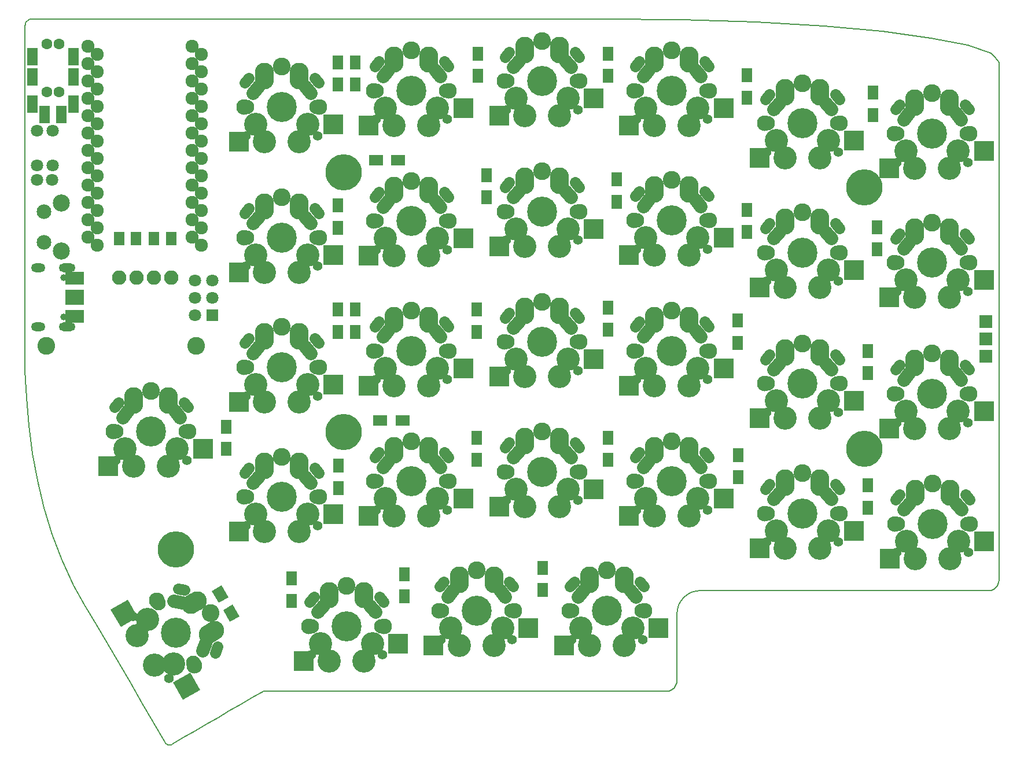
<source format=gbs>
G04 #@! TF.GenerationSoftware,KiCad,Pcbnew,(5.1.5)-3*
G04 #@! TF.CreationDate,2020-04-30T15:02:57+07:00*
G04 #@! TF.ProjectId,Lily58,4c696c79-3538-42e6-9b69-6361645f7063,rev?*
G04 #@! TF.SameCoordinates,Original*
G04 #@! TF.FileFunction,Soldermask,Bot*
G04 #@! TF.FilePolarity,Negative*
%FSLAX46Y46*%
G04 Gerber Fmt 4.6, Leading zero omitted, Abs format (unit mm)*
G04 Created by KiCad (PCBNEW (5.1.5)-3) date 2020-04-30 15:02:57*
%MOMM*%
%LPD*%
G04 APERTURE LIST*
%ADD10C,0.200000*%
%ADD11R,1.797000X1.797000*%
%ADD12C,1.797000*%
%ADD13O,2.100000X2.100000*%
%ADD14R,1.543000X1.035000*%
%ADD15R,2.720000X2.200000*%
%ADD16O,2.400000X1.300000*%
%ADD17O,2.100000X1.300000*%
%ADD18C,1.000000*%
%ADD19R,2.720000X1.000000*%
%ADD20C,2.500000*%
%ADD21C,2.150000*%
%ADD22C,3.400000*%
%ADD23C,0.100000*%
%ADD24C,2.800000*%
%ADD25C,1.950000*%
%ADD26C,2.100000*%
%ADD27C,1.400000*%
%ADD28C,2.600000*%
%ADD29C,4.400000*%
%ADD30C,1.650000*%
%ADD31C,2.300000*%
%ADD32R,1.600000X2.000000*%
%ADD33R,2.000000X1.600000*%
%ADD34R,2.950000X2.900000*%
%ADD35C,1.600000*%
%ADD36R,1.600000X2.500000*%
%ADD37C,5.300000*%
%ADD38C,1.924000*%
%ADD39R,1.924000X1.924000*%
G04 APERTURE END LIST*
D10*
X224900000Y-42700000D02*
X225460000Y-43436755D01*
X82937528Y-50750629D02*
X82937528Y-44443695D01*
X82937528Y-57057562D02*
X82937528Y-50750629D01*
X115211711Y-37086762D02*
X104803877Y-37086762D01*
X218692418Y-120789735D02*
X223959999Y-120789735D01*
X213424836Y-120789735D02*
X218692418Y-120789735D01*
X208157255Y-120789735D02*
X213424836Y-120789735D01*
X202889673Y-120789735D02*
X208157255Y-120789735D01*
X197622092Y-120789735D02*
X202889673Y-120789735D01*
X192354511Y-120789735D02*
X197622092Y-120789735D01*
X187086929Y-120789735D02*
X192354511Y-120789735D01*
X181819348Y-120789735D02*
X187086929Y-120789735D01*
X181113524Y-120860778D02*
X181819348Y-120789735D01*
X180456326Y-121064561D02*
X181113524Y-120860778D01*
X179861773Y-121387065D02*
X180456326Y-121064561D01*
X179343884Y-121814271D02*
X179861773Y-121387065D01*
X178916678Y-122332160D02*
X179343884Y-121814271D01*
X178594174Y-122926713D02*
X178916678Y-122332160D01*
X178390391Y-123583911D02*
X178594174Y-122926713D01*
X178319348Y-124289735D02*
X178390391Y-123583911D01*
X199807654Y-38170488D02*
X189919538Y-37585374D01*
X208420758Y-38945561D02*
X199807654Y-38170488D01*
X215525697Y-39885159D02*
X208420758Y-38945561D01*
X220889319Y-40963847D02*
X215525697Y-39885159D01*
X178989563Y-37215654D02*
X167250881Y-37086762D01*
X189919538Y-37585374D02*
X178989563Y-37215654D01*
X177658308Y-135255660D02*
X177403500Y-135393876D01*
X177880261Y-135072571D02*
X177658308Y-135255660D01*
X178063349Y-134850619D02*
X177880261Y-135072571D01*
X178201565Y-134595810D02*
X178063349Y-134850619D01*
X178288901Y-134314154D02*
X178201565Y-134595810D01*
X178319348Y-134011658D02*
X178288901Y-134314154D01*
X225460000Y-52918378D02*
X225460000Y-62400000D01*
X225460000Y-43436755D02*
X225460000Y-52918378D01*
X82937528Y-69671429D02*
X82937528Y-63364495D01*
X82937528Y-75978362D02*
X82937528Y-69671429D01*
X82937528Y-82285296D02*
X82937528Y-75978362D01*
X82937528Y-88592229D02*
X82937528Y-82285296D01*
X104807833Y-37086762D02*
X94400000Y-37086762D01*
X125619545Y-37086762D02*
X115211711Y-37086762D01*
X136027379Y-37086762D02*
X125619545Y-37086762D01*
X146435213Y-37086762D02*
X136027379Y-37086762D01*
X156843047Y-37086762D02*
X146435213Y-37086762D01*
X167250881Y-37086762D02*
X156843047Y-37086762D01*
X83400937Y-37265961D02*
X83579303Y-37169210D01*
X83245570Y-37394123D02*
X83400937Y-37265961D01*
X83117409Y-37549489D02*
X83245570Y-37394123D01*
X83020657Y-37727855D02*
X83117409Y-37549489D01*
X82959523Y-37925015D02*
X83020657Y-37727855D01*
X82938210Y-38136762D02*
X82959523Y-37925015D01*
X83776462Y-37108075D02*
X83988210Y-37086762D01*
X83579303Y-37169210D02*
X83776462Y-37108075D01*
X94396044Y-37086762D02*
X83988210Y-37086762D01*
X82937528Y-63364495D02*
X82937528Y-57057562D01*
X82937528Y-44443695D02*
X82937528Y-38136762D01*
X88291758Y-116318073D02*
X89993333Y-119989540D01*
X86863105Y-112530670D02*
X88291758Y-116318073D01*
X85688004Y-108649127D02*
X86863105Y-112530670D01*
X84747083Y-104695246D02*
X85688004Y-108649127D01*
X84020972Y-100690825D02*
X84747083Y-104695246D01*
X83490297Y-96657663D02*
X84020972Y-100690825D01*
X83135690Y-92617561D02*
X83490297Y-96657663D01*
X82937777Y-88592317D02*
X83135690Y-92617561D01*
X104288864Y-143357278D02*
X104456758Y-143271756D01*
X104130206Y-143404468D02*
X104288864Y-143357278D01*
X103981252Y-143413974D02*
X104130206Y-143404468D01*
X103842470Y-143386445D02*
X103981252Y-143413974D01*
X103714328Y-143322532D02*
X103842470Y-143386445D01*
X103597295Y-143222884D02*
X103714328Y-143322532D01*
X103491837Y-143088150D02*
X103597295Y-143222884D01*
X103398425Y-142918979D02*
X103491837Y-143088150D01*
X116186619Y-136480784D02*
X117862313Y-135510645D01*
X114510925Y-137450923D02*
X116186619Y-136480784D01*
X112835230Y-138421062D02*
X114510925Y-137450923D01*
X111159536Y-139391201D02*
X112835230Y-138421062D01*
X109483841Y-140361340D02*
X111159536Y-139391201D01*
X107808147Y-141331479D02*
X109483841Y-140361340D01*
X106132452Y-142301617D02*
X107808147Y-141331479D01*
X104456758Y-143271756D02*
X106132452Y-142301617D01*
X101722730Y-140052659D02*
X103398425Y-142918979D01*
X100047036Y-137186340D02*
X101722730Y-140052659D01*
X98371341Y-134320020D02*
X100047036Y-137186340D01*
X96695647Y-131453701D02*
X98371341Y-134320020D01*
X95019952Y-128587381D02*
X96695647Y-131453701D01*
X93344258Y-125721062D02*
X95019952Y-128587381D01*
X91668563Y-122854742D02*
X93344258Y-125721062D01*
X89992869Y-119988423D02*
X91668563Y-122854742D01*
X169449826Y-135511658D02*
X176819348Y-135511658D01*
X162080304Y-135511658D02*
X169449826Y-135511658D01*
X154710782Y-135511658D02*
X162080304Y-135511658D01*
X147341260Y-135511658D02*
X154710782Y-135511658D01*
X139971738Y-135511658D02*
X147341260Y-135511658D01*
X132602217Y-135511658D02*
X139971738Y-135511658D01*
X125232695Y-135511658D02*
X132602217Y-135511658D01*
X117863173Y-135511658D02*
X125232695Y-135511658D01*
X178319348Y-132816013D02*
X178319348Y-134011658D01*
X178319348Y-131597973D02*
X178319348Y-132816013D01*
X178319348Y-130379933D02*
X178319348Y-131597973D01*
X178319348Y-129161894D02*
X178319348Y-130379933D01*
X178319348Y-127943854D02*
X178319348Y-129161894D01*
X178319348Y-126725814D02*
X178319348Y-127943854D01*
X178319348Y-125507775D02*
X178319348Y-126725814D01*
X178319348Y-124289735D02*
X178319348Y-125507775D01*
X177121844Y-135481211D02*
X176819348Y-135511658D01*
X177403500Y-135393876D02*
X177121844Y-135481211D01*
X224278471Y-42156190D02*
X220889319Y-40963847D01*
X224900000Y-42700000D02*
X224278471Y-42156190D01*
X224262495Y-120759288D02*
X223959999Y-120789735D01*
X224544152Y-120671952D02*
X224262495Y-120759288D01*
X224798960Y-120533736D02*
X224544152Y-120671952D01*
X225020912Y-120350648D02*
X224798960Y-120533736D01*
X225204001Y-120128696D02*
X225020912Y-120350648D01*
X225342217Y-119873887D02*
X225204001Y-120128696D01*
X225429552Y-119592231D02*
X225342217Y-119873887D01*
X225459999Y-119289735D02*
X225429552Y-119592231D01*
X225460000Y-109808112D02*
X225460000Y-119289735D01*
X225460000Y-100326490D02*
X225460000Y-109808112D01*
X225460000Y-90844867D02*
X225460000Y-100326490D01*
X225460000Y-81363245D02*
X225460000Y-90844867D01*
X225460000Y-71881623D02*
X225460000Y-81363245D01*
X225460000Y-62400000D02*
X225460000Y-71881623D01*
D11*
X110363000Y-80518000D03*
D12*
X107823000Y-80518000D03*
X110363000Y-77978000D03*
X107823000Y-77978000D03*
X110363000Y-75438000D03*
X107823000Y-75438000D03*
D13*
X99240000Y-75000000D03*
X101780000Y-75000000D03*
X104320000Y-75000000D03*
X96700000Y-75000000D03*
D14*
X96700000Y-68756620D03*
X96700000Y-69757380D03*
X99200000Y-68756620D03*
X99200000Y-69757380D03*
X101800000Y-68756620D03*
X101800000Y-69757380D03*
X104300000Y-68756620D03*
X104300000Y-69757380D03*
D15*
X90221000Y-77851000D03*
X90221000Y-77851000D03*
X90221000Y-77851000D03*
D16*
X89052000Y-82171000D03*
X89052000Y-73531000D03*
D17*
X84882000Y-82171000D03*
X84882000Y-73531000D03*
D15*
X90221000Y-77851000D03*
D18*
X88572000Y-74961000D03*
X88572000Y-80741000D03*
D19*
X90221000Y-80251000D03*
X90221000Y-80251000D03*
X90221000Y-81051000D03*
X90221000Y-81051000D03*
X90221000Y-75451000D03*
X90221000Y-74651000D03*
X90221000Y-75451000D03*
X90221000Y-74651000D03*
D16*
X89052000Y-73531000D03*
X89052000Y-82171000D03*
D17*
X84882000Y-73531000D03*
X84882000Y-82171000D03*
D18*
X88572000Y-80741000D03*
X88572000Y-74961000D03*
D20*
X88215000Y-71100000D03*
D21*
X85725000Y-69850000D03*
X85725000Y-65350000D03*
D20*
X88215000Y-64090000D03*
D22*
X101870591Y-131739705D03*
X100895295Y-124970443D03*
D23*
G36*
X108573532Y-135369539D02*
G01*
X106062058Y-136819539D01*
X104587058Y-134264765D01*
X107098532Y-132814765D01*
X108573532Y-135369539D01*
G37*
D22*
X104705295Y-131569557D03*
X99330591Y-127340295D03*
D23*
G36*
X99448828Y-124645087D02*
G01*
X96937354Y-126095087D01*
X95462354Y-123540313D01*
X97973828Y-122090313D01*
X99448828Y-124645087D01*
G37*
D24*
X108129409Y-122260295D03*
D25*
X104679200Y-122321913D02*
X105910210Y-122538973D01*
D24*
X110669409Y-126659705D03*
D26*
X102460000Y-122600591D03*
X107540000Y-131399409D03*
D27*
X103972693Y-133620653D03*
D28*
X110109550Y-124050000D03*
D25*
X109318468Y-128442249D02*
X108890942Y-129616865D01*
D27*
X98752693Y-124579347D03*
D24*
X107627114Y-122550295D03*
X107194102Y-122800295D03*
X109734102Y-127199705D03*
X110167114Y-126949705D03*
D29*
X105000000Y-127000000D03*
D30*
X111089959Y-129020376D02*
X110765039Y-129913084D01*
D31*
X102250000Y-122236860D03*
X107750000Y-131763140D03*
D30*
X105359715Y-120550787D02*
X106295283Y-120715753D01*
D32*
X158700000Y-117475000D03*
X158700000Y-120735000D03*
X138430000Y-118385000D03*
X138430000Y-121645000D03*
X121920000Y-119020000D03*
X121920000Y-122280000D03*
D23*
G36*
X110292180Y-120822354D02*
G01*
X111677820Y-120022354D01*
X112677820Y-121754404D01*
X111292180Y-122554404D01*
X110292180Y-120822354D01*
G37*
G36*
X111922180Y-123645596D02*
G01*
X113307820Y-122845596D01*
X114307820Y-124577646D01*
X112922180Y-125377646D01*
X111922180Y-123645596D01*
G37*
D32*
X112395000Y-96795000D03*
X112395000Y-100055000D03*
X206250000Y-105410000D03*
X206250000Y-108670000D03*
X187325000Y-100965000D03*
X187325000Y-104225000D03*
X168275000Y-98425000D03*
X168275000Y-101685000D03*
X149000000Y-98425000D03*
X149000000Y-101685000D03*
D33*
X138155000Y-95885000D03*
X134895000Y-95885000D03*
D32*
X128800000Y-102510000D03*
X128800000Y-105770000D03*
X206250000Y-85725000D03*
X206250000Y-88985000D03*
X187250000Y-81280000D03*
X187250000Y-84540000D03*
X168250000Y-79375000D03*
X168250000Y-82635000D03*
X149000000Y-79650000D03*
X149000000Y-82910000D03*
X131250000Y-79650000D03*
X131250000Y-82910000D03*
X128750000Y-79650000D03*
X128750000Y-82910000D03*
X207645000Y-67585000D03*
X207645000Y-70845000D03*
X188595000Y-65045000D03*
X188595000Y-68305000D03*
X169545000Y-60600000D03*
X169545000Y-63860000D03*
X150495000Y-59965000D03*
X150495000Y-63225000D03*
D33*
X137520000Y-57785000D03*
X134260000Y-57785000D03*
D32*
X128750000Y-64410000D03*
X128750000Y-67670000D03*
X207010000Y-47900000D03*
X207010000Y-51160000D03*
X188595000Y-45360000D03*
X188595000Y-48620000D03*
X168275000Y-42185000D03*
X168275000Y-45445000D03*
X149225000Y-42185000D03*
X149225000Y-45445000D03*
X131250000Y-43455000D03*
X131250000Y-46715000D03*
X128750000Y-43455000D03*
X128750000Y-46715000D03*
D28*
X108000000Y-85000000D03*
X86000000Y-85000000D03*
D22*
X170640000Y-128830000D03*
X164290000Y-126290000D03*
D34*
X175660000Y-126290000D03*
D22*
X171910000Y-126290000D03*
X165560000Y-128830000D03*
D34*
X161810000Y-128830000D03*
D24*
X165560000Y-118670000D03*
D25*
X163888258Y-121688778D02*
X164691742Y-120731222D01*
D24*
X170640000Y-118670000D03*
D26*
X163020000Y-123750000D03*
X173180000Y-123750000D03*
D27*
X173320000Y-127950000D03*
D28*
X168100000Y-117850000D03*
D25*
X171508258Y-120731222D02*
X172311742Y-121688778D01*
D27*
X162880000Y-127950000D03*
D24*
X165560000Y-119250000D03*
X165560000Y-119750000D03*
X170640000Y-119750000D03*
X170640000Y-119250000D03*
D29*
X168100000Y-123750000D03*
D30*
X172894676Y-119486129D02*
X173505324Y-120213871D01*
D31*
X162600000Y-123750000D03*
X173600000Y-123750000D03*
D30*
X162694676Y-120213871D02*
X163305324Y-119486129D01*
D22*
X151540000Y-128830000D03*
X145190000Y-126290000D03*
D34*
X156560000Y-126290000D03*
D22*
X152810000Y-126290000D03*
X146460000Y-128830000D03*
D34*
X142710000Y-128830000D03*
D24*
X146460000Y-118670000D03*
D25*
X144788258Y-121688778D02*
X145591742Y-120731222D01*
D24*
X151540000Y-118670000D03*
D26*
X143920000Y-123750000D03*
X154080000Y-123750000D03*
D27*
X154220000Y-127950000D03*
D28*
X149000000Y-117850000D03*
D25*
X152408258Y-120731222D02*
X153211742Y-121688778D01*
D27*
X143780000Y-127950000D03*
D24*
X146460000Y-119250000D03*
X146460000Y-119750000D03*
X151540000Y-119750000D03*
X151540000Y-119250000D03*
D29*
X149000000Y-123750000D03*
D30*
X153794676Y-119486129D02*
X154405324Y-120213871D01*
D31*
X143500000Y-123750000D03*
X154500000Y-123750000D03*
D30*
X143594676Y-120213871D02*
X144205324Y-119486129D01*
D22*
X132540000Y-131080000D03*
X126190000Y-128540000D03*
D34*
X137560000Y-128540000D03*
D22*
X133810000Y-128540000D03*
X127460000Y-131080000D03*
D34*
X123710000Y-131080000D03*
D24*
X127460000Y-120920000D03*
D25*
X125788258Y-123938778D02*
X126591742Y-122981222D01*
D24*
X132540000Y-120920000D03*
D26*
X124920000Y-126000000D03*
X135080000Y-126000000D03*
D27*
X135220000Y-130200000D03*
D28*
X130000000Y-120100000D03*
D25*
X133408258Y-122981222D02*
X134211742Y-123938778D01*
D27*
X124780000Y-130200000D03*
D24*
X127460000Y-121500000D03*
X127460000Y-122000000D03*
X132540000Y-122000000D03*
X132540000Y-121500000D03*
D29*
X130000000Y-126000000D03*
D30*
X134794676Y-121736129D02*
X135405324Y-122463871D01*
D31*
X124500000Y-126000000D03*
X135500000Y-126000000D03*
D30*
X124594676Y-122463871D02*
X125205324Y-121736129D01*
D22*
X103940000Y-102580000D03*
X97590000Y-100040000D03*
D34*
X108960000Y-100040000D03*
D22*
X105210000Y-100040000D03*
X98860000Y-102580000D03*
D34*
X95110000Y-102580000D03*
D24*
X98860000Y-92420000D03*
D25*
X97188258Y-95438778D02*
X97991742Y-94481222D01*
D24*
X103940000Y-92420000D03*
D26*
X96320000Y-97500000D03*
X106480000Y-97500000D03*
D27*
X106620000Y-101700000D03*
D28*
X101400000Y-91600000D03*
D25*
X104808258Y-94481222D02*
X105611742Y-95438778D01*
D27*
X96180000Y-101700000D03*
D24*
X98860000Y-93000000D03*
X98860000Y-93500000D03*
X103940000Y-93500000D03*
X103940000Y-93000000D03*
D29*
X101400000Y-97500000D03*
D30*
X106194676Y-93236129D02*
X106805324Y-93963871D01*
D31*
X95900000Y-97500000D03*
X106900000Y-97500000D03*
D30*
X95994676Y-93963871D02*
X96605324Y-93236129D01*
D22*
X218290000Y-116080000D03*
X211940000Y-113540000D03*
D34*
X223310000Y-113540000D03*
D22*
X219560000Y-113540000D03*
X213210000Y-116080000D03*
D34*
X209460000Y-116080000D03*
D24*
X213210000Y-105920000D03*
D25*
X211538258Y-108938778D02*
X212341742Y-107981222D01*
D24*
X218290000Y-105920000D03*
D26*
X210670000Y-111000000D03*
X220830000Y-111000000D03*
D27*
X220970000Y-115200000D03*
D28*
X215750000Y-105100000D03*
D25*
X219158258Y-107981222D02*
X219961742Y-108938778D01*
D27*
X210530000Y-115200000D03*
D24*
X213210000Y-106500000D03*
X213210000Y-107000000D03*
X218290000Y-107000000D03*
X218290000Y-106500000D03*
D29*
X215750000Y-111000000D03*
D30*
X220544676Y-106736129D02*
X221155324Y-107463871D01*
D31*
X210250000Y-111000000D03*
X221250000Y-111000000D03*
D30*
X210344676Y-107463871D02*
X210955324Y-106736129D01*
D22*
X199240000Y-114580000D03*
X192890000Y-112040000D03*
D34*
X204260000Y-112040000D03*
D22*
X200510000Y-112040000D03*
X194160000Y-114580000D03*
D34*
X190410000Y-114580000D03*
D24*
X194160000Y-104420000D03*
D25*
X192488258Y-107438778D02*
X193291742Y-106481222D01*
D24*
X199240000Y-104420000D03*
D26*
X191620000Y-109500000D03*
X201780000Y-109500000D03*
D27*
X201920000Y-113700000D03*
D28*
X196700000Y-103600000D03*
D25*
X200108258Y-106481222D02*
X200911742Y-107438778D01*
D27*
X191480000Y-113700000D03*
D24*
X194160000Y-105000000D03*
X194160000Y-105500000D03*
X199240000Y-105500000D03*
X199240000Y-105000000D03*
D29*
X196700000Y-109500000D03*
D30*
X201494676Y-105236129D02*
X202105324Y-105963871D01*
D31*
X191200000Y-109500000D03*
X202200000Y-109500000D03*
D30*
X191294676Y-105963871D02*
X191905324Y-105236129D01*
D22*
X180140000Y-109880000D03*
X173790000Y-107340000D03*
D34*
X185160000Y-107340000D03*
D22*
X181410000Y-107340000D03*
X175060000Y-109880000D03*
D34*
X171310000Y-109880000D03*
D24*
X175060000Y-99720000D03*
D25*
X173388258Y-102738778D02*
X174191742Y-101781222D01*
D24*
X180140000Y-99720000D03*
D26*
X172520000Y-104800000D03*
X182680000Y-104800000D03*
D27*
X182820000Y-109000000D03*
D28*
X177600000Y-98900000D03*
D25*
X181008258Y-101781222D02*
X181811742Y-102738778D01*
D27*
X172380000Y-109000000D03*
D24*
X175060000Y-100300000D03*
X175060000Y-100800000D03*
X180140000Y-100800000D03*
X180140000Y-100300000D03*
D29*
X177600000Y-104800000D03*
D30*
X182394676Y-100536129D02*
X183005324Y-101263871D01*
D31*
X172100000Y-104800000D03*
X183100000Y-104800000D03*
D30*
X172194676Y-101263871D02*
X172805324Y-100536129D01*
D22*
X161140000Y-108480000D03*
X154790000Y-105940000D03*
D34*
X166160000Y-105940000D03*
D22*
X162410000Y-105940000D03*
X156060000Y-108480000D03*
D34*
X152310000Y-108480000D03*
D24*
X156060000Y-98320000D03*
D25*
X154388258Y-101338778D02*
X155191742Y-100381222D01*
D24*
X161140000Y-98320000D03*
D26*
X153520000Y-103400000D03*
X163680000Y-103400000D03*
D27*
X163820000Y-107600000D03*
D28*
X158600000Y-97500000D03*
D25*
X162008258Y-100381222D02*
X162811742Y-101338778D01*
D27*
X153380000Y-107600000D03*
D24*
X156060000Y-98900000D03*
X156060000Y-99400000D03*
X161140000Y-99400000D03*
X161140000Y-98900000D03*
D29*
X158600000Y-103400000D03*
D30*
X163394676Y-99136129D02*
X164005324Y-99863871D01*
D31*
X153100000Y-103400000D03*
X164100000Y-103400000D03*
D30*
X153194676Y-99863871D02*
X153805324Y-99136129D01*
D22*
X142040000Y-109880000D03*
X135690000Y-107340000D03*
D34*
X147060000Y-107340000D03*
D22*
X143310000Y-107340000D03*
X136960000Y-109880000D03*
D34*
X133210000Y-109880000D03*
D24*
X136960000Y-99720000D03*
D25*
X135288258Y-102738778D02*
X136091742Y-101781222D01*
D24*
X142040000Y-99720000D03*
D26*
X134420000Y-104800000D03*
X144580000Y-104800000D03*
D27*
X144720000Y-109000000D03*
D28*
X139500000Y-98900000D03*
D25*
X142908258Y-101781222D02*
X143711742Y-102738778D01*
D27*
X134280000Y-109000000D03*
D24*
X136960000Y-100300000D03*
X136960000Y-100800000D03*
X142040000Y-100800000D03*
X142040000Y-100300000D03*
D29*
X139500000Y-104800000D03*
D30*
X144294676Y-100536129D02*
X144905324Y-101263871D01*
D31*
X134000000Y-104800000D03*
X145000000Y-104800000D03*
D30*
X134094676Y-101263871D02*
X134705324Y-100536129D01*
D22*
X123040000Y-112180000D03*
X116690000Y-109640000D03*
D34*
X128060000Y-109640000D03*
D22*
X124310000Y-109640000D03*
X117960000Y-112180000D03*
D34*
X114210000Y-112180000D03*
D24*
X117960000Y-102020000D03*
D25*
X116288258Y-105038778D02*
X117091742Y-104081222D01*
D24*
X123040000Y-102020000D03*
D26*
X115420000Y-107100000D03*
X125580000Y-107100000D03*
D27*
X125720000Y-111300000D03*
D28*
X120500000Y-101200000D03*
D25*
X123908258Y-104081222D02*
X124711742Y-105038778D01*
D27*
X115280000Y-111300000D03*
D24*
X117960000Y-102600000D03*
X117960000Y-103100000D03*
X123040000Y-103100000D03*
X123040000Y-102600000D03*
D29*
X120500000Y-107100000D03*
D30*
X125294676Y-102836129D02*
X125905324Y-103563871D01*
D31*
X115000000Y-107100000D03*
X126000000Y-107100000D03*
D30*
X115094676Y-103563871D02*
X115705324Y-102836129D01*
D22*
X218240000Y-97080000D03*
X211890000Y-94540000D03*
D34*
X223260000Y-94540000D03*
D22*
X219510000Y-94540000D03*
X213160000Y-97080000D03*
D34*
X209410000Y-97080000D03*
D24*
X213160000Y-86920000D03*
D25*
X211488258Y-89938778D02*
X212291742Y-88981222D01*
D24*
X218240000Y-86920000D03*
D26*
X210620000Y-92000000D03*
X220780000Y-92000000D03*
D27*
X220920000Y-96200000D03*
D28*
X215700000Y-86100000D03*
D25*
X219108258Y-88981222D02*
X219911742Y-89938778D01*
D27*
X210480000Y-96200000D03*
D24*
X213160000Y-87500000D03*
X213160000Y-88000000D03*
X218240000Y-88000000D03*
X218240000Y-87500000D03*
D29*
X215700000Y-92000000D03*
D30*
X220494676Y-87736129D02*
X221105324Y-88463871D01*
D31*
X210200000Y-92000000D03*
X221200000Y-92000000D03*
D30*
X210294676Y-88463871D02*
X210905324Y-87736129D01*
D22*
X199240000Y-95580000D03*
X192890000Y-93040000D03*
D34*
X204260000Y-93040000D03*
D22*
X200510000Y-93040000D03*
X194160000Y-95580000D03*
D34*
X190410000Y-95580000D03*
D24*
X194160000Y-85420000D03*
D25*
X192488258Y-88438778D02*
X193291742Y-87481222D01*
D24*
X199240000Y-85420000D03*
D26*
X191620000Y-90500000D03*
X201780000Y-90500000D03*
D27*
X201920000Y-94700000D03*
D28*
X196700000Y-84600000D03*
D25*
X200108258Y-87481222D02*
X200911742Y-88438778D01*
D27*
X191480000Y-94700000D03*
D24*
X194160000Y-86000000D03*
X194160000Y-86500000D03*
X199240000Y-86500000D03*
X199240000Y-86000000D03*
D29*
X196700000Y-90500000D03*
D30*
X201494676Y-86236129D02*
X202105324Y-86963871D01*
D31*
X191200000Y-90500000D03*
X202200000Y-90500000D03*
D30*
X191294676Y-86963871D02*
X191905324Y-86236129D01*
D22*
X180140000Y-90780000D03*
X173790000Y-88240000D03*
D34*
X185160000Y-88240000D03*
D22*
X181410000Y-88240000D03*
X175060000Y-90780000D03*
D34*
X171310000Y-90780000D03*
D24*
X175060000Y-80620000D03*
D25*
X173388258Y-83638778D02*
X174191742Y-82681222D01*
D24*
X180140000Y-80620000D03*
D26*
X172520000Y-85700000D03*
X182680000Y-85700000D03*
D27*
X182820000Y-89900000D03*
D28*
X177600000Y-79800000D03*
D25*
X181008258Y-82681222D02*
X181811742Y-83638778D01*
D27*
X172380000Y-89900000D03*
D24*
X175060000Y-81200000D03*
X175060000Y-81700000D03*
X180140000Y-81700000D03*
X180140000Y-81200000D03*
D29*
X177600000Y-85700000D03*
D30*
X182394676Y-81436129D02*
X183005324Y-82163871D01*
D31*
X172100000Y-85700000D03*
X183100000Y-85700000D03*
D30*
X172194676Y-82163871D02*
X172805324Y-81436129D01*
D22*
X161140000Y-89480000D03*
X154790000Y-86940000D03*
D34*
X166160000Y-86940000D03*
D22*
X162410000Y-86940000D03*
X156060000Y-89480000D03*
D34*
X152310000Y-89480000D03*
D24*
X156060000Y-79320000D03*
D25*
X154388258Y-82338778D02*
X155191742Y-81381222D01*
D24*
X161140000Y-79320000D03*
D26*
X153520000Y-84400000D03*
X163680000Y-84400000D03*
D27*
X163820000Y-88600000D03*
D28*
X158600000Y-78500000D03*
D25*
X162008258Y-81381222D02*
X162811742Y-82338778D01*
D27*
X153380000Y-88600000D03*
D24*
X156060000Y-79900000D03*
X156060000Y-80400000D03*
X161140000Y-80400000D03*
X161140000Y-79900000D03*
D29*
X158600000Y-84400000D03*
D30*
X163394676Y-80136129D02*
X164005324Y-80863871D01*
D31*
X153100000Y-84400000D03*
X164100000Y-84400000D03*
D30*
X153194676Y-80863871D02*
X153805324Y-80136129D01*
D22*
X142040000Y-90780000D03*
X135690000Y-88240000D03*
D34*
X147060000Y-88240000D03*
D22*
X143310000Y-88240000D03*
X136960000Y-90780000D03*
D34*
X133210000Y-90780000D03*
D24*
X136960000Y-80620000D03*
D25*
X135288258Y-83638778D02*
X136091742Y-82681222D01*
D24*
X142040000Y-80620000D03*
D26*
X134420000Y-85700000D03*
X144580000Y-85700000D03*
D27*
X144720000Y-89900000D03*
D28*
X139500000Y-79800000D03*
D25*
X142908258Y-82681222D02*
X143711742Y-83638778D01*
D27*
X134280000Y-89900000D03*
D24*
X136960000Y-81200000D03*
X136960000Y-81700000D03*
X142040000Y-81700000D03*
X142040000Y-81200000D03*
D29*
X139500000Y-85700000D03*
D30*
X144294676Y-81436129D02*
X144905324Y-82163871D01*
D31*
X134000000Y-85700000D03*
X145000000Y-85700000D03*
D30*
X134094676Y-82163871D02*
X134705324Y-81436129D01*
D22*
X123040000Y-93180000D03*
X116690000Y-90640000D03*
D34*
X128060000Y-90640000D03*
D22*
X124310000Y-90640000D03*
X117960000Y-93180000D03*
D34*
X114210000Y-93180000D03*
D24*
X117960000Y-83020000D03*
D25*
X116288258Y-86038778D02*
X117091742Y-85081222D01*
D24*
X123040000Y-83020000D03*
D26*
X115420000Y-88100000D03*
X125580000Y-88100000D03*
D27*
X125720000Y-92300000D03*
D28*
X120500000Y-82200000D03*
D25*
X123908258Y-85081222D02*
X124711742Y-86038778D01*
D27*
X115280000Y-92300000D03*
D24*
X117960000Y-83600000D03*
X117960000Y-84100000D03*
X123040000Y-84100000D03*
X123040000Y-83600000D03*
D29*
X120500000Y-88100000D03*
D30*
X125294676Y-83836129D02*
X125905324Y-84563871D01*
D31*
X115000000Y-88100000D03*
X126000000Y-88100000D03*
D30*
X115094676Y-84563871D02*
X115705324Y-83836129D01*
D22*
X218240000Y-77880000D03*
X211890000Y-75340000D03*
D34*
X223260000Y-75340000D03*
D22*
X219510000Y-75340000D03*
X213160000Y-77880000D03*
D34*
X209410000Y-77880000D03*
D24*
X213160000Y-67720000D03*
D25*
X211488258Y-70738778D02*
X212291742Y-69781222D01*
D24*
X218240000Y-67720000D03*
D26*
X210620000Y-72800000D03*
X220780000Y-72800000D03*
D27*
X220920000Y-77000000D03*
D28*
X215700000Y-66900000D03*
D25*
X219108258Y-69781222D02*
X219911742Y-70738778D01*
D27*
X210480000Y-77000000D03*
D24*
X213160000Y-68300000D03*
X213160000Y-68800000D03*
X218240000Y-68800000D03*
X218240000Y-68300000D03*
D29*
X215700000Y-72800000D03*
D30*
X220494676Y-68536129D02*
X221105324Y-69263871D01*
D31*
X210200000Y-72800000D03*
X221200000Y-72800000D03*
D30*
X210294676Y-69263871D02*
X210905324Y-68536129D01*
D22*
X199240000Y-76380000D03*
X192890000Y-73840000D03*
D34*
X204260000Y-73840000D03*
D22*
X200510000Y-73840000D03*
X194160000Y-76380000D03*
D34*
X190410000Y-76380000D03*
D24*
X194160000Y-66220000D03*
D25*
X192488258Y-69238778D02*
X193291742Y-68281222D01*
D24*
X199240000Y-66220000D03*
D26*
X191620000Y-71300000D03*
X201780000Y-71300000D03*
D27*
X201920000Y-75500000D03*
D28*
X196700000Y-65400000D03*
D25*
X200108258Y-68281222D02*
X200911742Y-69238778D01*
D27*
X191480000Y-75500000D03*
D24*
X194160000Y-66800000D03*
X194160000Y-67300000D03*
X199240000Y-67300000D03*
X199240000Y-66800000D03*
D29*
X196700000Y-71300000D03*
D30*
X201494676Y-67036129D02*
X202105324Y-67763871D01*
D31*
X191200000Y-71300000D03*
X202200000Y-71300000D03*
D30*
X191294676Y-67763871D02*
X191905324Y-67036129D01*
D22*
X180140000Y-71680000D03*
X173790000Y-69140000D03*
D34*
X185160000Y-69140000D03*
D22*
X181410000Y-69140000D03*
X175060000Y-71680000D03*
D34*
X171310000Y-71680000D03*
D24*
X175060000Y-61520000D03*
D25*
X173388258Y-64538778D02*
X174191742Y-63581222D01*
D24*
X180140000Y-61520000D03*
D26*
X172520000Y-66600000D03*
X182680000Y-66600000D03*
D27*
X182820000Y-70800000D03*
D28*
X177600000Y-60700000D03*
D25*
X181008258Y-63581222D02*
X181811742Y-64538778D01*
D27*
X172380000Y-70800000D03*
D24*
X175060000Y-62100000D03*
X175060000Y-62600000D03*
X180140000Y-62600000D03*
X180140000Y-62100000D03*
D29*
X177600000Y-66600000D03*
D30*
X182394676Y-62336129D02*
X183005324Y-63063871D01*
D31*
X172100000Y-66600000D03*
X183100000Y-66600000D03*
D30*
X172194676Y-63063871D02*
X172805324Y-62336129D01*
D22*
X161140000Y-70380000D03*
X154790000Y-67840000D03*
D34*
X166160000Y-67840000D03*
D22*
X162410000Y-67840000D03*
X156060000Y-70380000D03*
D34*
X152310000Y-70380000D03*
D24*
X156060000Y-60220000D03*
D25*
X154388258Y-63238778D02*
X155191742Y-62281222D01*
D24*
X161140000Y-60220000D03*
D26*
X153520000Y-65300000D03*
X163680000Y-65300000D03*
D27*
X163820000Y-69500000D03*
D28*
X158600000Y-59400000D03*
D25*
X162008258Y-62281222D02*
X162811742Y-63238778D01*
D27*
X153380000Y-69500000D03*
D24*
X156060000Y-60800000D03*
X156060000Y-61300000D03*
X161140000Y-61300000D03*
X161140000Y-60800000D03*
D29*
X158600000Y-65300000D03*
D30*
X163394676Y-61036129D02*
X164005324Y-61763871D01*
D31*
X153100000Y-65300000D03*
X164100000Y-65300000D03*
D30*
X153194676Y-61763871D02*
X153805324Y-61036129D01*
D22*
X142040000Y-71780000D03*
X135690000Y-69240000D03*
D34*
X147060000Y-69240000D03*
D22*
X143310000Y-69240000D03*
X136960000Y-71780000D03*
D34*
X133210000Y-71780000D03*
D24*
X136960000Y-61620000D03*
D25*
X135288258Y-64638778D02*
X136091742Y-63681222D01*
D24*
X142040000Y-61620000D03*
D26*
X134420000Y-66700000D03*
X144580000Y-66700000D03*
D27*
X144720000Y-70900000D03*
D28*
X139500000Y-60800000D03*
D25*
X142908258Y-63681222D02*
X143711742Y-64638778D01*
D27*
X134280000Y-70900000D03*
D24*
X136960000Y-62200000D03*
X136960000Y-62700000D03*
X142040000Y-62700000D03*
X142040000Y-62200000D03*
D29*
X139500000Y-66700000D03*
D30*
X144294676Y-62436129D02*
X144905324Y-63163871D01*
D31*
X134000000Y-66700000D03*
X145000000Y-66700000D03*
D30*
X134094676Y-63163871D02*
X134705324Y-62436129D01*
D22*
X123040000Y-74180000D03*
X116690000Y-71640000D03*
D34*
X128060000Y-71640000D03*
D22*
X124310000Y-71640000D03*
X117960000Y-74180000D03*
D34*
X114210000Y-74180000D03*
D24*
X117960000Y-64020000D03*
D25*
X116288258Y-67038778D02*
X117091742Y-66081222D01*
D24*
X123040000Y-64020000D03*
D26*
X115420000Y-69100000D03*
X125580000Y-69100000D03*
D27*
X125720000Y-73300000D03*
D28*
X120500000Y-63200000D03*
D25*
X123908258Y-66081222D02*
X124711742Y-67038778D01*
D27*
X115280000Y-73300000D03*
D24*
X117960000Y-64600000D03*
X117960000Y-65100000D03*
X123040000Y-65100000D03*
X123040000Y-64600000D03*
D29*
X120500000Y-69100000D03*
D30*
X125294676Y-64836129D02*
X125905324Y-65563871D01*
D31*
X115000000Y-69100000D03*
X126000000Y-69100000D03*
D30*
X115094676Y-65563871D02*
X115705324Y-64836129D01*
D22*
X218240000Y-58980000D03*
X211890000Y-56440000D03*
D34*
X223260000Y-56440000D03*
D22*
X219510000Y-56440000D03*
X213160000Y-58980000D03*
D34*
X209410000Y-58980000D03*
D24*
X213160000Y-48820000D03*
D25*
X211488258Y-51838778D02*
X212291742Y-50881222D01*
D24*
X218240000Y-48820000D03*
D26*
X210620000Y-53900000D03*
X220780000Y-53900000D03*
D27*
X220920000Y-58100000D03*
D28*
X215700000Y-48000000D03*
D25*
X219108258Y-50881222D02*
X219911742Y-51838778D01*
D27*
X210480000Y-58100000D03*
D24*
X213160000Y-49400000D03*
X213160000Y-49900000D03*
X218240000Y-49900000D03*
X218240000Y-49400000D03*
D29*
X215700000Y-53900000D03*
D30*
X220494676Y-49636129D02*
X221105324Y-50363871D01*
D31*
X210200000Y-53900000D03*
X221200000Y-53900000D03*
D30*
X210294676Y-50363871D02*
X210905324Y-49636129D01*
D22*
X199240000Y-57480000D03*
X192890000Y-54940000D03*
D34*
X204260000Y-54940000D03*
D22*
X200510000Y-54940000D03*
X194160000Y-57480000D03*
D34*
X190410000Y-57480000D03*
D24*
X194160000Y-47320000D03*
D25*
X192488258Y-50338778D02*
X193291742Y-49381222D01*
D24*
X199240000Y-47320000D03*
D26*
X191620000Y-52400000D03*
X201780000Y-52400000D03*
D27*
X201920000Y-56600000D03*
D28*
X196700000Y-46500000D03*
D25*
X200108258Y-49381222D02*
X200911742Y-50338778D01*
D27*
X191480000Y-56600000D03*
D24*
X194160000Y-47900000D03*
X194160000Y-48400000D03*
X199240000Y-48400000D03*
X199240000Y-47900000D03*
D29*
X196700000Y-52400000D03*
D30*
X201494676Y-48136129D02*
X202105324Y-48863871D01*
D31*
X191200000Y-52400000D03*
X202200000Y-52400000D03*
D30*
X191294676Y-48863871D02*
X191905324Y-48136129D01*
D22*
X180140000Y-52680000D03*
X173790000Y-50140000D03*
D34*
X185160000Y-50140000D03*
D22*
X181410000Y-50140000D03*
X175060000Y-52680000D03*
D34*
X171310000Y-52680000D03*
D24*
X175060000Y-42520000D03*
D25*
X173388258Y-45538778D02*
X174191742Y-44581222D01*
D24*
X180140000Y-42520000D03*
D26*
X172520000Y-47600000D03*
X182680000Y-47600000D03*
D27*
X182820000Y-51800000D03*
D28*
X177600000Y-41700000D03*
D25*
X181008258Y-44581222D02*
X181811742Y-45538778D01*
D27*
X172380000Y-51800000D03*
D24*
X175060000Y-43100000D03*
X175060000Y-43600000D03*
X180140000Y-43600000D03*
X180140000Y-43100000D03*
D29*
X177600000Y-47600000D03*
D30*
X182394676Y-43336129D02*
X183005324Y-44063871D01*
D31*
X172100000Y-47600000D03*
X183100000Y-47600000D03*
D30*
X172194676Y-44063871D02*
X172805324Y-43336129D01*
D22*
X161140000Y-51290000D03*
X154790000Y-48750000D03*
D34*
X166160000Y-48750000D03*
D22*
X162410000Y-48750000D03*
X156060000Y-51290000D03*
D34*
X152310000Y-51290000D03*
D24*
X156060000Y-41130000D03*
D25*
X154388258Y-44148778D02*
X155191742Y-43191222D01*
D24*
X161140000Y-41130000D03*
D26*
X153520000Y-46210000D03*
X163680000Y-46210000D03*
D27*
X163820000Y-50410000D03*
D28*
X158600000Y-40310000D03*
D25*
X162008258Y-43191222D02*
X162811742Y-44148778D01*
D27*
X153380000Y-50410000D03*
D24*
X156060000Y-41710000D03*
X156060000Y-42210000D03*
X161140000Y-42210000D03*
X161140000Y-41710000D03*
D29*
X158600000Y-46210000D03*
D30*
X163394676Y-41946129D02*
X164005324Y-42673871D01*
D31*
X153100000Y-46210000D03*
X164100000Y-46210000D03*
D30*
X153194676Y-42673871D02*
X153805324Y-41946129D01*
D22*
X142040000Y-52680000D03*
X135690000Y-50140000D03*
D34*
X147060000Y-50140000D03*
D22*
X143310000Y-50140000D03*
X136960000Y-52680000D03*
D34*
X133210000Y-52680000D03*
D24*
X136960000Y-42520000D03*
D25*
X135288258Y-45538778D02*
X136091742Y-44581222D01*
D24*
X142040000Y-42520000D03*
D26*
X134420000Y-47600000D03*
X144580000Y-47600000D03*
D27*
X144720000Y-51800000D03*
D28*
X139500000Y-41700000D03*
D25*
X142908258Y-44581222D02*
X143711742Y-45538778D01*
D27*
X134280000Y-51800000D03*
D24*
X136960000Y-43100000D03*
X136960000Y-43600000D03*
X142040000Y-43600000D03*
X142040000Y-43100000D03*
D29*
X139500000Y-47600000D03*
D30*
X144294676Y-43336129D02*
X144905324Y-44063871D01*
D31*
X134000000Y-47600000D03*
X145000000Y-47600000D03*
D30*
X134094676Y-44063871D02*
X134705324Y-43336129D01*
D22*
X123040000Y-55080000D03*
X116690000Y-52540000D03*
D34*
X128060000Y-52540000D03*
D22*
X124310000Y-52540000D03*
X117960000Y-55080000D03*
D34*
X114210000Y-55080000D03*
D24*
X117960000Y-44920000D03*
D25*
X116288258Y-47938778D02*
X117091742Y-46981222D01*
D24*
X123040000Y-44920000D03*
D26*
X115420000Y-50000000D03*
X125580000Y-50000000D03*
D27*
X125720000Y-54200000D03*
D28*
X120500000Y-44100000D03*
D25*
X123908258Y-46981222D02*
X124711742Y-47938778D01*
D27*
X115280000Y-54200000D03*
D24*
X117960000Y-45500000D03*
X117960000Y-46000000D03*
X123040000Y-46000000D03*
X123040000Y-45500000D03*
D29*
X120500000Y-50000000D03*
D30*
X125294676Y-45736129D02*
X125905324Y-46463871D01*
D31*
X115000000Y-50000000D03*
X126000000Y-50000000D03*
D30*
X115094676Y-46463871D02*
X115705324Y-45736129D01*
D35*
X86150000Y-47800000D03*
X86150000Y-40800000D03*
D36*
X84050000Y-49600000D03*
X88250000Y-51100000D03*
X84050000Y-42600000D03*
X84050000Y-45600000D03*
D35*
X87900000Y-40800000D03*
X87900000Y-47800000D03*
D36*
X90000000Y-42600000D03*
X90000000Y-45600000D03*
X90000000Y-49600000D03*
X85800000Y-51100000D03*
D37*
X129600000Y-59600000D03*
X205800000Y-61800000D03*
X129600000Y-97600000D03*
X205800000Y-100000000D03*
X105000000Y-114800000D03*
D12*
X84688000Y-53499300D03*
X84688000Y-58579300D03*
X86938000Y-53499300D03*
X86938000Y-58579300D03*
X86900000Y-60700000D03*
X84700000Y-60700000D03*
D38*
X93478815Y-47405745D03*
X108718815Y-65185745D03*
X93478815Y-57565745D03*
X108718815Y-55025745D03*
X108718815Y-49945745D03*
X93478815Y-67725745D03*
X108718815Y-47405745D03*
X108718815Y-42325745D03*
X93478815Y-62645745D03*
X108718815Y-70265745D03*
X93478815Y-55025745D03*
X93478815Y-44865745D03*
X93478815Y-49945745D03*
X93478815Y-52485745D03*
X93478815Y-65185745D03*
X93478815Y-60105745D03*
X108718815Y-62645745D03*
X108718815Y-60105745D03*
X93478815Y-70265745D03*
X108718815Y-67725745D03*
X108718815Y-44865745D03*
X93478815Y-42325745D03*
X108718815Y-57565745D03*
X108718815Y-52485745D03*
X92180000Y-41130000D03*
X92180000Y-43670000D03*
X92180000Y-46210000D03*
X92180000Y-48750000D03*
X92180000Y-51290000D03*
X92180000Y-53830000D03*
X92180000Y-56370000D03*
X92180000Y-58910000D03*
X92180000Y-61450000D03*
X92180000Y-63990000D03*
X92180000Y-66530000D03*
X92180000Y-69070000D03*
X107420000Y-69070000D03*
X107420000Y-66530000D03*
X107420000Y-63990000D03*
X107420000Y-61450000D03*
X107420000Y-58910000D03*
X107420000Y-56370000D03*
X107420000Y-53830000D03*
X107420000Y-51290000D03*
X107420000Y-48750000D03*
X107420000Y-46210000D03*
X107420000Y-43670000D03*
X107420000Y-41130000D03*
D39*
X223520000Y-81407000D03*
X223520000Y-83947000D03*
X223520000Y-86487000D03*
M02*

</source>
